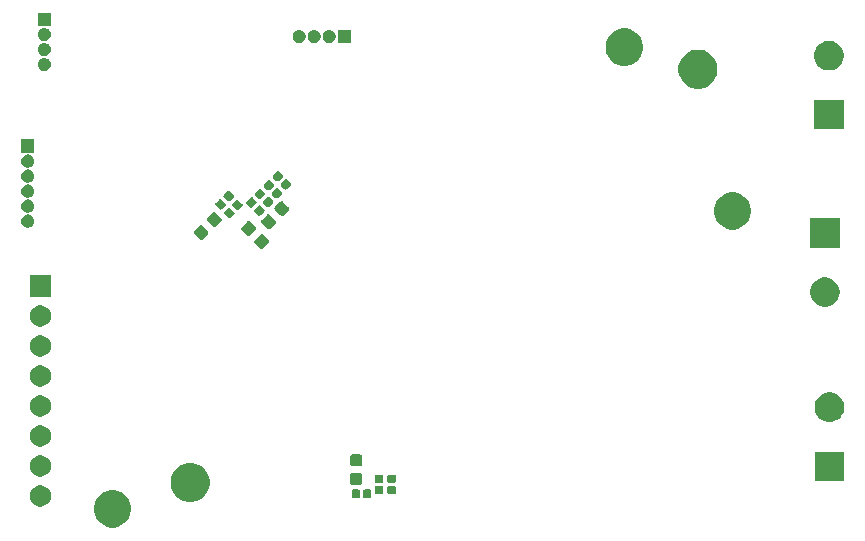
<source format=gbs>
%TF.GenerationSoftware,KiCad,Pcbnew,5.1.5-52549c5~84~ubuntu19.10.1*%
%TF.CreationDate,2019-12-20T00:06:15-05:00*%
%TF.ProjectId,bldc-controller,626c6463-2d63-46f6-9e74-726f6c6c6572,rev?*%
%TF.SameCoordinates,Original*%
%TF.FileFunction,Soldermask,Bot*%
%TF.FilePolarity,Negative*%
%FSLAX46Y46*%
G04 Gerber Fmt 4.6, Leading zero omitted, Abs format (unit mm)*
G04 Created by KiCad (PCBNEW 5.1.5-52549c5~84~ubuntu19.10.1) date 2019-12-20 00:06:15*
%MOMM*%
%LPD*%
G04 APERTURE LIST*
%ADD10C,0.100000*%
G04 APERTURE END LIST*
D10*
G36*
X26884644Y-144709757D02*
G01*
X27171421Y-144828544D01*
X27429514Y-145000996D01*
X27649004Y-145220486D01*
X27821456Y-145478579D01*
X27940243Y-145765356D01*
X28000800Y-146069797D01*
X28000800Y-146380203D01*
X27940243Y-146684644D01*
X27821456Y-146971421D01*
X27649004Y-147229514D01*
X27429514Y-147449004D01*
X27171421Y-147621456D01*
X26884644Y-147740243D01*
X26580203Y-147800800D01*
X26269797Y-147800800D01*
X25965356Y-147740243D01*
X25678579Y-147621456D01*
X25420486Y-147449004D01*
X25200996Y-147229514D01*
X25028544Y-146971421D01*
X24909757Y-146684644D01*
X24849200Y-146380203D01*
X24849200Y-146069797D01*
X24909757Y-145765356D01*
X25028544Y-145478579D01*
X25200996Y-145220486D01*
X25420486Y-145000996D01*
X25678579Y-144828544D01*
X25965356Y-144709757D01*
X26269797Y-144649200D01*
X26580203Y-144649200D01*
X26884644Y-144709757D01*
G37*
G36*
X20582754Y-144263817D02*
G01*
X20746689Y-144331721D01*
X20894227Y-144430303D01*
X21019697Y-144555773D01*
X21118279Y-144703311D01*
X21186183Y-144867246D01*
X21220800Y-145041279D01*
X21220800Y-145218721D01*
X21186183Y-145392754D01*
X21118279Y-145556689D01*
X21019697Y-145704227D01*
X20894227Y-145829697D01*
X20746689Y-145928279D01*
X20582754Y-145996183D01*
X20408721Y-146030800D01*
X20231279Y-146030800D01*
X20057246Y-145996183D01*
X19893311Y-145928279D01*
X19745773Y-145829697D01*
X19620303Y-145704227D01*
X19521721Y-145556689D01*
X19453817Y-145392754D01*
X19419200Y-145218721D01*
X19419200Y-145041279D01*
X19453817Y-144867246D01*
X19521721Y-144703311D01*
X19620303Y-144555773D01*
X19745773Y-144430303D01*
X19893311Y-144331721D01*
X20057246Y-144263817D01*
X20231279Y-144229200D01*
X20408721Y-144229200D01*
X20582754Y-144263817D01*
G37*
G36*
X33481521Y-142412639D02*
G01*
X33781947Y-142537080D01*
X34052324Y-142717740D01*
X34282260Y-142947676D01*
X34462920Y-143218053D01*
X34587361Y-143518479D01*
X34650800Y-143837410D01*
X34650800Y-144162590D01*
X34587361Y-144481521D01*
X34462920Y-144781947D01*
X34282260Y-145052324D01*
X34052324Y-145282260D01*
X33781947Y-145462920D01*
X33481521Y-145587361D01*
X33162590Y-145650800D01*
X32837410Y-145650800D01*
X32518479Y-145587361D01*
X32218053Y-145462920D01*
X31947676Y-145282260D01*
X31717740Y-145052324D01*
X31537080Y-144781947D01*
X31412639Y-144481521D01*
X31349200Y-144162590D01*
X31349200Y-143837410D01*
X31412639Y-143518479D01*
X31537080Y-143218053D01*
X31717740Y-142947676D01*
X31947676Y-142717740D01*
X32218053Y-142537080D01*
X32518479Y-142412639D01*
X32837410Y-142349200D01*
X33162590Y-142349200D01*
X33481521Y-142412639D01*
G37*
G36*
X48222027Y-144582275D02*
G01*
X48249650Y-144590654D01*
X48275113Y-144604264D01*
X48297425Y-144622575D01*
X48315736Y-144644887D01*
X48329346Y-144670350D01*
X48337725Y-144697973D01*
X48340800Y-144729191D01*
X48340800Y-145170809D01*
X48337725Y-145202027D01*
X48329346Y-145229650D01*
X48315736Y-145255113D01*
X48297425Y-145277425D01*
X48275113Y-145295736D01*
X48249650Y-145309346D01*
X48222027Y-145317725D01*
X48190809Y-145320800D01*
X47799191Y-145320800D01*
X47767973Y-145317725D01*
X47740350Y-145309346D01*
X47714887Y-145295736D01*
X47692575Y-145277425D01*
X47674264Y-145255113D01*
X47660654Y-145229650D01*
X47652275Y-145202027D01*
X47649200Y-145170809D01*
X47649200Y-144729191D01*
X47652275Y-144697973D01*
X47660654Y-144670350D01*
X47674264Y-144644887D01*
X47692575Y-144622575D01*
X47714887Y-144604264D01*
X47740350Y-144590654D01*
X47767973Y-144582275D01*
X47799191Y-144579200D01*
X48190809Y-144579200D01*
X48222027Y-144582275D01*
G37*
G36*
X47252027Y-144582275D02*
G01*
X47279650Y-144590654D01*
X47305113Y-144604264D01*
X47327425Y-144622575D01*
X47345736Y-144644887D01*
X47359346Y-144670350D01*
X47367725Y-144697973D01*
X47370800Y-144729191D01*
X47370800Y-145170809D01*
X47367725Y-145202027D01*
X47359346Y-145229650D01*
X47345736Y-145255113D01*
X47327425Y-145277425D01*
X47305113Y-145295736D01*
X47279650Y-145309346D01*
X47252027Y-145317725D01*
X47220809Y-145320800D01*
X46829191Y-145320800D01*
X46797973Y-145317725D01*
X46770350Y-145309346D01*
X46744887Y-145295736D01*
X46722575Y-145277425D01*
X46704264Y-145255113D01*
X46690654Y-145229650D01*
X46682275Y-145202027D01*
X46679200Y-145170809D01*
X46679200Y-144729191D01*
X46682275Y-144697973D01*
X46690654Y-144670350D01*
X46704264Y-144644887D01*
X46722575Y-144622575D01*
X46744887Y-144604264D01*
X46770350Y-144590654D01*
X46797973Y-144582275D01*
X46829191Y-144579200D01*
X47220809Y-144579200D01*
X47252027Y-144582275D01*
G37*
G36*
X50312027Y-144292275D02*
G01*
X50339650Y-144300654D01*
X50365113Y-144314264D01*
X50387425Y-144332575D01*
X50405736Y-144354887D01*
X50419346Y-144380350D01*
X50427725Y-144407973D01*
X50430800Y-144439191D01*
X50430800Y-144830809D01*
X50427725Y-144862027D01*
X50419346Y-144889650D01*
X50405736Y-144915113D01*
X50387425Y-144937425D01*
X50365113Y-144955736D01*
X50339650Y-144969346D01*
X50312027Y-144977725D01*
X50280809Y-144980800D01*
X49839191Y-144980800D01*
X49807973Y-144977725D01*
X49780350Y-144969346D01*
X49754887Y-144955736D01*
X49732575Y-144937425D01*
X49714264Y-144915113D01*
X49700654Y-144889650D01*
X49692275Y-144862027D01*
X49689200Y-144830809D01*
X49689200Y-144439191D01*
X49692275Y-144407973D01*
X49700654Y-144380350D01*
X49714264Y-144354887D01*
X49732575Y-144332575D01*
X49754887Y-144314264D01*
X49780350Y-144300654D01*
X49807973Y-144292275D01*
X49839191Y-144289200D01*
X50280809Y-144289200D01*
X50312027Y-144292275D01*
G37*
G36*
X49252027Y-144292275D02*
G01*
X49279650Y-144300654D01*
X49305113Y-144314264D01*
X49327425Y-144332575D01*
X49345736Y-144354887D01*
X49359346Y-144380350D01*
X49367725Y-144407973D01*
X49370800Y-144439191D01*
X49370800Y-144830809D01*
X49367725Y-144862027D01*
X49359346Y-144889650D01*
X49345736Y-144915113D01*
X49327425Y-144937425D01*
X49305113Y-144955736D01*
X49279650Y-144969346D01*
X49252027Y-144977725D01*
X49220809Y-144980800D01*
X48779191Y-144980800D01*
X48747973Y-144977725D01*
X48720350Y-144969346D01*
X48694887Y-144955736D01*
X48672575Y-144937425D01*
X48654264Y-144915113D01*
X48640654Y-144889650D01*
X48632275Y-144862027D01*
X48629200Y-144830809D01*
X48629200Y-144439191D01*
X48632275Y-144407973D01*
X48640654Y-144380350D01*
X48654264Y-144354887D01*
X48672575Y-144332575D01*
X48694887Y-144314264D01*
X48720350Y-144300654D01*
X48747973Y-144292275D01*
X48779191Y-144289200D01*
X49220809Y-144289200D01*
X49252027Y-144292275D01*
G37*
G36*
X47399674Y-143193643D02*
G01*
X47440667Y-143206078D01*
X47478448Y-143226273D01*
X47511556Y-143253444D01*
X47538727Y-143286552D01*
X47558922Y-143324333D01*
X47571357Y-143365326D01*
X47575800Y-143410441D01*
X47575800Y-143944559D01*
X47571357Y-143989674D01*
X47558922Y-144030667D01*
X47538727Y-144068448D01*
X47511556Y-144101556D01*
X47478448Y-144128727D01*
X47440667Y-144148922D01*
X47399674Y-144161357D01*
X47354559Y-144165800D01*
X46745441Y-144165800D01*
X46700326Y-144161357D01*
X46659333Y-144148922D01*
X46621552Y-144128727D01*
X46588444Y-144101556D01*
X46561273Y-144068448D01*
X46541078Y-144030667D01*
X46528643Y-143989674D01*
X46524200Y-143944559D01*
X46524200Y-143410441D01*
X46528643Y-143365326D01*
X46541078Y-143324333D01*
X46561273Y-143286552D01*
X46588444Y-143253444D01*
X46621552Y-143226273D01*
X46659333Y-143206078D01*
X46700326Y-143193643D01*
X46745441Y-143189200D01*
X47354559Y-143189200D01*
X47399674Y-143193643D01*
G37*
G36*
X49252027Y-143322275D02*
G01*
X49279650Y-143330654D01*
X49305113Y-143344264D01*
X49327425Y-143362575D01*
X49345736Y-143384887D01*
X49359346Y-143410350D01*
X49367725Y-143437973D01*
X49370800Y-143469191D01*
X49370800Y-143860809D01*
X49367725Y-143892027D01*
X49359346Y-143919650D01*
X49345736Y-143945113D01*
X49327425Y-143967425D01*
X49305113Y-143985736D01*
X49279650Y-143999346D01*
X49252027Y-144007725D01*
X49220809Y-144010800D01*
X48779191Y-144010800D01*
X48747973Y-144007725D01*
X48720350Y-143999346D01*
X48694887Y-143985736D01*
X48672575Y-143967425D01*
X48654264Y-143945113D01*
X48640654Y-143919650D01*
X48632275Y-143892027D01*
X48629200Y-143860809D01*
X48629200Y-143469191D01*
X48632275Y-143437973D01*
X48640654Y-143410350D01*
X48654264Y-143384887D01*
X48672575Y-143362575D01*
X48694887Y-143344264D01*
X48720350Y-143330654D01*
X48747973Y-143322275D01*
X48779191Y-143319200D01*
X49220809Y-143319200D01*
X49252027Y-143322275D01*
G37*
G36*
X50312027Y-143322275D02*
G01*
X50339650Y-143330654D01*
X50365113Y-143344264D01*
X50387425Y-143362575D01*
X50405736Y-143384887D01*
X50419346Y-143410350D01*
X50427725Y-143437973D01*
X50430800Y-143469191D01*
X50430800Y-143860809D01*
X50427725Y-143892027D01*
X50419346Y-143919650D01*
X50405736Y-143945113D01*
X50387425Y-143967425D01*
X50365113Y-143985736D01*
X50339650Y-143999346D01*
X50312027Y-144007725D01*
X50280809Y-144010800D01*
X49839191Y-144010800D01*
X49807973Y-144007725D01*
X49780350Y-143999346D01*
X49754887Y-143985736D01*
X49732575Y-143967425D01*
X49714264Y-143945113D01*
X49700654Y-143919650D01*
X49692275Y-143892027D01*
X49689200Y-143860809D01*
X49689200Y-143469191D01*
X49692275Y-143437973D01*
X49700654Y-143410350D01*
X49714264Y-143384887D01*
X49732575Y-143362575D01*
X49754887Y-143344264D01*
X49780350Y-143330654D01*
X49807973Y-143322275D01*
X49839191Y-143319200D01*
X50280809Y-143319200D01*
X50312027Y-143322275D01*
G37*
G36*
X88370800Y-143870800D02*
G01*
X85869200Y-143870800D01*
X85869200Y-141369200D01*
X88370800Y-141369200D01*
X88370800Y-143870800D01*
G37*
G36*
X20582754Y-141723817D02*
G01*
X20746689Y-141791721D01*
X20894227Y-141890303D01*
X21019697Y-142015773D01*
X21118279Y-142163311D01*
X21186183Y-142327246D01*
X21220800Y-142501279D01*
X21220800Y-142678721D01*
X21186183Y-142852754D01*
X21118279Y-143016689D01*
X21019697Y-143164227D01*
X20894227Y-143289697D01*
X20746689Y-143388279D01*
X20582754Y-143456183D01*
X20408721Y-143490800D01*
X20231279Y-143490800D01*
X20057246Y-143456183D01*
X19893311Y-143388279D01*
X19745773Y-143289697D01*
X19620303Y-143164227D01*
X19521721Y-143016689D01*
X19453817Y-142852754D01*
X19419200Y-142678721D01*
X19419200Y-142501279D01*
X19453817Y-142327246D01*
X19521721Y-142163311D01*
X19620303Y-142015773D01*
X19745773Y-141890303D01*
X19893311Y-141791721D01*
X20057246Y-141723817D01*
X20231279Y-141689200D01*
X20408721Y-141689200D01*
X20582754Y-141723817D01*
G37*
G36*
X47399674Y-141618643D02*
G01*
X47440667Y-141631078D01*
X47478448Y-141651273D01*
X47511556Y-141678444D01*
X47538727Y-141711552D01*
X47558922Y-141749333D01*
X47571357Y-141790326D01*
X47575800Y-141835441D01*
X47575800Y-142369559D01*
X47571357Y-142414674D01*
X47558922Y-142455667D01*
X47538727Y-142493448D01*
X47511556Y-142526556D01*
X47478448Y-142553727D01*
X47440667Y-142573922D01*
X47399674Y-142586357D01*
X47354559Y-142590800D01*
X46745441Y-142590800D01*
X46700326Y-142586357D01*
X46659333Y-142573922D01*
X46621552Y-142553727D01*
X46588444Y-142526556D01*
X46561273Y-142493448D01*
X46541078Y-142455667D01*
X46528643Y-142414674D01*
X46524200Y-142369559D01*
X46524200Y-141835441D01*
X46528643Y-141790326D01*
X46541078Y-141749333D01*
X46561273Y-141711552D01*
X46588444Y-141678444D01*
X46621552Y-141651273D01*
X46659333Y-141631078D01*
X46700326Y-141618643D01*
X46745441Y-141614200D01*
X47354559Y-141614200D01*
X47399674Y-141618643D01*
G37*
G36*
X20582754Y-139183817D02*
G01*
X20746689Y-139251721D01*
X20894227Y-139350303D01*
X21019697Y-139475773D01*
X21118279Y-139623311D01*
X21186183Y-139787246D01*
X21220800Y-139961279D01*
X21220800Y-140138721D01*
X21186183Y-140312754D01*
X21118279Y-140476689D01*
X21019697Y-140624227D01*
X20894227Y-140749697D01*
X20746689Y-140848279D01*
X20582754Y-140916183D01*
X20408721Y-140950800D01*
X20231279Y-140950800D01*
X20057246Y-140916183D01*
X19893311Y-140848279D01*
X19745773Y-140749697D01*
X19620303Y-140624227D01*
X19521721Y-140476689D01*
X19453817Y-140312754D01*
X19419200Y-140138721D01*
X19419200Y-139961279D01*
X19453817Y-139787246D01*
X19521721Y-139623311D01*
X19620303Y-139475773D01*
X19745773Y-139350303D01*
X19893311Y-139251721D01*
X20057246Y-139183817D01*
X20231279Y-139149200D01*
X20408721Y-139149200D01*
X20582754Y-139183817D01*
G37*
G36*
X87484845Y-136417268D02*
G01*
X87712476Y-136511555D01*
X87917340Y-136648441D01*
X88091559Y-136822660D01*
X88228445Y-137027524D01*
X88322732Y-137255155D01*
X88370800Y-137496807D01*
X88370800Y-137743193D01*
X88322732Y-137984845D01*
X88228445Y-138212476D01*
X88091559Y-138417340D01*
X87917340Y-138591559D01*
X87712476Y-138728445D01*
X87484845Y-138822732D01*
X87243193Y-138870800D01*
X86996807Y-138870800D01*
X86755155Y-138822732D01*
X86527524Y-138728445D01*
X86322660Y-138591559D01*
X86148441Y-138417340D01*
X86011555Y-138212476D01*
X85917268Y-137984845D01*
X85869200Y-137743193D01*
X85869200Y-137496807D01*
X85917268Y-137255155D01*
X86011555Y-137027524D01*
X86148441Y-136822660D01*
X86322660Y-136648441D01*
X86527524Y-136511555D01*
X86755155Y-136417268D01*
X86996807Y-136369200D01*
X87243193Y-136369200D01*
X87484845Y-136417268D01*
G37*
G36*
X20582754Y-136643817D02*
G01*
X20746689Y-136711721D01*
X20894227Y-136810303D01*
X21019697Y-136935773D01*
X21118279Y-137083311D01*
X21186183Y-137247246D01*
X21220800Y-137421279D01*
X21220800Y-137598721D01*
X21186183Y-137772754D01*
X21118279Y-137936689D01*
X21019697Y-138084227D01*
X20894227Y-138209697D01*
X20746689Y-138308279D01*
X20582754Y-138376183D01*
X20408721Y-138410800D01*
X20231279Y-138410800D01*
X20057246Y-138376183D01*
X19893311Y-138308279D01*
X19745773Y-138209697D01*
X19620303Y-138084227D01*
X19521721Y-137936689D01*
X19453817Y-137772754D01*
X19419200Y-137598721D01*
X19419200Y-137421279D01*
X19453817Y-137247246D01*
X19521721Y-137083311D01*
X19620303Y-136935773D01*
X19745773Y-136810303D01*
X19893311Y-136711721D01*
X20057246Y-136643817D01*
X20231279Y-136609200D01*
X20408721Y-136609200D01*
X20582754Y-136643817D01*
G37*
G36*
X20582754Y-134103817D02*
G01*
X20746689Y-134171721D01*
X20894227Y-134270303D01*
X21019697Y-134395773D01*
X21118279Y-134543311D01*
X21186183Y-134707246D01*
X21220800Y-134881279D01*
X21220800Y-135058721D01*
X21186183Y-135232754D01*
X21118279Y-135396689D01*
X21019697Y-135544227D01*
X20894227Y-135669697D01*
X20746689Y-135768279D01*
X20582754Y-135836183D01*
X20408721Y-135870800D01*
X20231279Y-135870800D01*
X20057246Y-135836183D01*
X19893311Y-135768279D01*
X19745773Y-135669697D01*
X19620303Y-135544227D01*
X19521721Y-135396689D01*
X19453817Y-135232754D01*
X19419200Y-135058721D01*
X19419200Y-134881279D01*
X19453817Y-134707246D01*
X19521721Y-134543311D01*
X19620303Y-134395773D01*
X19745773Y-134270303D01*
X19893311Y-134171721D01*
X20057246Y-134103817D01*
X20231279Y-134069200D01*
X20408721Y-134069200D01*
X20582754Y-134103817D01*
G37*
G36*
X20582754Y-131563817D02*
G01*
X20746689Y-131631721D01*
X20894227Y-131730303D01*
X21019697Y-131855773D01*
X21118279Y-132003311D01*
X21186183Y-132167246D01*
X21220800Y-132341279D01*
X21220800Y-132518721D01*
X21186183Y-132692754D01*
X21118279Y-132856689D01*
X21019697Y-133004227D01*
X20894227Y-133129697D01*
X20746689Y-133228279D01*
X20582754Y-133296183D01*
X20408721Y-133330800D01*
X20231279Y-133330800D01*
X20057246Y-133296183D01*
X19893311Y-133228279D01*
X19745773Y-133129697D01*
X19620303Y-133004227D01*
X19521721Y-132856689D01*
X19453817Y-132692754D01*
X19419200Y-132518721D01*
X19419200Y-132341279D01*
X19453817Y-132167246D01*
X19521721Y-132003311D01*
X19620303Y-131855773D01*
X19745773Y-131730303D01*
X19893311Y-131631721D01*
X20057246Y-131563817D01*
X20231279Y-131529200D01*
X20408721Y-131529200D01*
X20582754Y-131563817D01*
G37*
G36*
X20582754Y-129023817D02*
G01*
X20746689Y-129091721D01*
X20894227Y-129190303D01*
X21019697Y-129315773D01*
X21118279Y-129463311D01*
X21186183Y-129627246D01*
X21220800Y-129801279D01*
X21220800Y-129978721D01*
X21186183Y-130152754D01*
X21118279Y-130316689D01*
X21019697Y-130464227D01*
X20894227Y-130589697D01*
X20746689Y-130688279D01*
X20582754Y-130756183D01*
X20408721Y-130790800D01*
X20231279Y-130790800D01*
X20057246Y-130756183D01*
X19893311Y-130688279D01*
X19745773Y-130589697D01*
X19620303Y-130464227D01*
X19521721Y-130316689D01*
X19453817Y-130152754D01*
X19419200Y-129978721D01*
X19419200Y-129801279D01*
X19453817Y-129627246D01*
X19521721Y-129463311D01*
X19620303Y-129315773D01*
X19745773Y-129190303D01*
X19893311Y-129091721D01*
X20057246Y-129023817D01*
X20231279Y-128989200D01*
X20408721Y-128989200D01*
X20582754Y-129023817D01*
G37*
G36*
X87114845Y-126657268D02*
G01*
X87342476Y-126751555D01*
X87547340Y-126888441D01*
X87721559Y-127062660D01*
X87858445Y-127267524D01*
X87952732Y-127495155D01*
X88000800Y-127736807D01*
X88000800Y-127983193D01*
X87952732Y-128224845D01*
X87858445Y-128452476D01*
X87721559Y-128657340D01*
X87547340Y-128831559D01*
X87342476Y-128968445D01*
X87114845Y-129062732D01*
X86873193Y-129110800D01*
X86626807Y-129110800D01*
X86385155Y-129062732D01*
X86157524Y-128968445D01*
X85952660Y-128831559D01*
X85778441Y-128657340D01*
X85641555Y-128452476D01*
X85547268Y-128224845D01*
X85499200Y-127983193D01*
X85499200Y-127736807D01*
X85547268Y-127495155D01*
X85641555Y-127267524D01*
X85778441Y-127062660D01*
X85952660Y-126888441D01*
X86157524Y-126751555D01*
X86385155Y-126657268D01*
X86626807Y-126609200D01*
X86873193Y-126609200D01*
X87114845Y-126657268D01*
G37*
G36*
X21220800Y-128250800D02*
G01*
X19419200Y-128250800D01*
X19419200Y-126449200D01*
X21220800Y-126449200D01*
X21220800Y-128250800D01*
G37*
G36*
X39132835Y-122961669D02*
G01*
X39173828Y-122974104D01*
X39211609Y-122994299D01*
X39246656Y-123023061D01*
X39624327Y-123400732D01*
X39653089Y-123435779D01*
X39673284Y-123473560D01*
X39685719Y-123514553D01*
X39689917Y-123557177D01*
X39685719Y-123599801D01*
X39673284Y-123640794D01*
X39653089Y-123678575D01*
X39624327Y-123713622D01*
X39193622Y-124144327D01*
X39158575Y-124173089D01*
X39120794Y-124193284D01*
X39079801Y-124205719D01*
X39037177Y-124209917D01*
X38994553Y-124205719D01*
X38953560Y-124193284D01*
X38915779Y-124173089D01*
X38880732Y-124144327D01*
X38503061Y-123766656D01*
X38474299Y-123731609D01*
X38454104Y-123693828D01*
X38441669Y-123652835D01*
X38437471Y-123610211D01*
X38441669Y-123567587D01*
X38454104Y-123526594D01*
X38474299Y-123488813D01*
X38503061Y-123453766D01*
X38933766Y-123023061D01*
X38968813Y-122994299D01*
X39006594Y-122974104D01*
X39047587Y-122961669D01*
X39090211Y-122957471D01*
X39132835Y-122961669D01*
G37*
G36*
X88000800Y-124110800D02*
G01*
X85499200Y-124110800D01*
X85499200Y-121609200D01*
X88000800Y-121609200D01*
X88000800Y-124110800D01*
G37*
G36*
X33949260Y-122204822D02*
G01*
X33990253Y-122217257D01*
X34028034Y-122237452D01*
X34063081Y-122266214D01*
X34493786Y-122696919D01*
X34522548Y-122731966D01*
X34542743Y-122769747D01*
X34555178Y-122810740D01*
X34559376Y-122853364D01*
X34555178Y-122895988D01*
X34542743Y-122936981D01*
X34522548Y-122974762D01*
X34493786Y-123009809D01*
X34116115Y-123387480D01*
X34081068Y-123416242D01*
X34043287Y-123436437D01*
X34002294Y-123448872D01*
X33959670Y-123453070D01*
X33917046Y-123448872D01*
X33876053Y-123436437D01*
X33838272Y-123416242D01*
X33803225Y-123387480D01*
X33372520Y-122956775D01*
X33343758Y-122921728D01*
X33323563Y-122883947D01*
X33311128Y-122842954D01*
X33306930Y-122800330D01*
X33311128Y-122757706D01*
X33323563Y-122716713D01*
X33343758Y-122678932D01*
X33372520Y-122643885D01*
X33750191Y-122266214D01*
X33785238Y-122237452D01*
X33823019Y-122217257D01*
X33864012Y-122204822D01*
X33906636Y-122200624D01*
X33949260Y-122204822D01*
G37*
G36*
X38019141Y-121847975D02*
G01*
X38060134Y-121860410D01*
X38097915Y-121880605D01*
X38132962Y-121909367D01*
X38510633Y-122287038D01*
X38539395Y-122322085D01*
X38559590Y-122359866D01*
X38572025Y-122400859D01*
X38576223Y-122443483D01*
X38572025Y-122486107D01*
X38559590Y-122527100D01*
X38539395Y-122564881D01*
X38510633Y-122599928D01*
X38079928Y-123030633D01*
X38044881Y-123059395D01*
X38007100Y-123079590D01*
X37966107Y-123092025D01*
X37923483Y-123096223D01*
X37880859Y-123092025D01*
X37839866Y-123079590D01*
X37802085Y-123059395D01*
X37767038Y-123030633D01*
X37389367Y-122652962D01*
X37360605Y-122617915D01*
X37340410Y-122580134D01*
X37327975Y-122539141D01*
X37323777Y-122496517D01*
X37327975Y-122453893D01*
X37340410Y-122412900D01*
X37360605Y-122375119D01*
X37389367Y-122340072D01*
X37820072Y-121909367D01*
X37855119Y-121880605D01*
X37892900Y-121860410D01*
X37933893Y-121847975D01*
X37976517Y-121843777D01*
X38019141Y-121847975D01*
G37*
G36*
X79384644Y-119484757D02*
G01*
X79671421Y-119603544D01*
X79929514Y-119775996D01*
X80149004Y-119995486D01*
X80321456Y-120253579D01*
X80440243Y-120540356D01*
X80500800Y-120844797D01*
X80500800Y-121155203D01*
X80440243Y-121459644D01*
X80321456Y-121746421D01*
X80149004Y-122004514D01*
X79929514Y-122224004D01*
X79671421Y-122396456D01*
X79384644Y-122515243D01*
X79080203Y-122575800D01*
X78769797Y-122575800D01*
X78465356Y-122515243D01*
X78178579Y-122396456D01*
X77920486Y-122224004D01*
X77700996Y-122004514D01*
X77528544Y-121746421D01*
X77409757Y-121459644D01*
X77349200Y-121155203D01*
X77349200Y-120844797D01*
X77409757Y-120540356D01*
X77528544Y-120253579D01*
X77700996Y-119995486D01*
X77920486Y-119775996D01*
X78178579Y-119603544D01*
X78465356Y-119484757D01*
X78769797Y-119424200D01*
X79080203Y-119424200D01*
X79384644Y-119484757D01*
G37*
G36*
X39669260Y-121284822D02*
G01*
X39710253Y-121297257D01*
X39748034Y-121317452D01*
X39783081Y-121346214D01*
X40213786Y-121776919D01*
X40242548Y-121811966D01*
X40262743Y-121849747D01*
X40275178Y-121890740D01*
X40279376Y-121933364D01*
X40275178Y-121975988D01*
X40262743Y-122016981D01*
X40242548Y-122054762D01*
X40213786Y-122089809D01*
X39836115Y-122467480D01*
X39801068Y-122496242D01*
X39763287Y-122516437D01*
X39722294Y-122528872D01*
X39679670Y-122533070D01*
X39637046Y-122528872D01*
X39596053Y-122516437D01*
X39558272Y-122496242D01*
X39523225Y-122467480D01*
X39092520Y-122036775D01*
X39063758Y-122001728D01*
X39043563Y-121963947D01*
X39031128Y-121922954D01*
X39026930Y-121880330D01*
X39031128Y-121837706D01*
X39043563Y-121796713D01*
X39063758Y-121758932D01*
X39092520Y-121723885D01*
X39470191Y-121346214D01*
X39505238Y-121317452D01*
X39543019Y-121297257D01*
X39584012Y-121284822D01*
X39626636Y-121280624D01*
X39669260Y-121284822D01*
G37*
G36*
X19410663Y-121320367D02*
G01*
X19510902Y-121361887D01*
X19601116Y-121422166D01*
X19677834Y-121498884D01*
X19738113Y-121589098D01*
X19779633Y-121689337D01*
X19800800Y-121795751D01*
X19800800Y-121904249D01*
X19779633Y-122010663D01*
X19738113Y-122110902D01*
X19677834Y-122201116D01*
X19601116Y-122277834D01*
X19510902Y-122338113D01*
X19410663Y-122379633D01*
X19304249Y-122400800D01*
X19195751Y-122400800D01*
X19089337Y-122379633D01*
X18989098Y-122338113D01*
X18898884Y-122277834D01*
X18822166Y-122201116D01*
X18761887Y-122110902D01*
X18720367Y-122010663D01*
X18699200Y-121904249D01*
X18699200Y-121795751D01*
X18720367Y-121689337D01*
X18761887Y-121589098D01*
X18822166Y-121498884D01*
X18898884Y-121422166D01*
X18989098Y-121361887D01*
X19089337Y-121320367D01*
X19195751Y-121299200D01*
X19304249Y-121299200D01*
X19410663Y-121320367D01*
G37*
G36*
X35062954Y-121091128D02*
G01*
X35103947Y-121103563D01*
X35141728Y-121123758D01*
X35176775Y-121152520D01*
X35607480Y-121583225D01*
X35636242Y-121618272D01*
X35656437Y-121656053D01*
X35668872Y-121697046D01*
X35673070Y-121739670D01*
X35668872Y-121782294D01*
X35656437Y-121823287D01*
X35636242Y-121861068D01*
X35607480Y-121896115D01*
X35229809Y-122273786D01*
X35194762Y-122302548D01*
X35156981Y-122322743D01*
X35115988Y-122335178D01*
X35073364Y-122339376D01*
X35030740Y-122335178D01*
X34989747Y-122322743D01*
X34951966Y-122302548D01*
X34916919Y-122273786D01*
X34486214Y-121843081D01*
X34457452Y-121808034D01*
X34437257Y-121770253D01*
X34424822Y-121729260D01*
X34420624Y-121686636D01*
X34424822Y-121644012D01*
X34437257Y-121603019D01*
X34457452Y-121565238D01*
X34486214Y-121530191D01*
X34863885Y-121152520D01*
X34898932Y-121123758D01*
X34936713Y-121103563D01*
X34977706Y-121091128D01*
X35020330Y-121086930D01*
X35062954Y-121091128D01*
G37*
G36*
X36328102Y-120720406D02*
G01*
X36355725Y-120728785D01*
X36381188Y-120742395D01*
X36405439Y-120762297D01*
X36717703Y-121074561D01*
X36737605Y-121098812D01*
X36751215Y-121124275D01*
X36759594Y-121151898D01*
X36762424Y-121180625D01*
X36759594Y-121209352D01*
X36751215Y-121236975D01*
X36737605Y-121262438D01*
X36717703Y-121286689D01*
X36440795Y-121563597D01*
X36416544Y-121583499D01*
X36391081Y-121597109D01*
X36363458Y-121605488D01*
X36334731Y-121608318D01*
X36306004Y-121605488D01*
X36278381Y-121597109D01*
X36252918Y-121583499D01*
X36228667Y-121563597D01*
X35916403Y-121251333D01*
X35896501Y-121227082D01*
X35882891Y-121201619D01*
X35874512Y-121173996D01*
X35871682Y-121145269D01*
X35874512Y-121116542D01*
X35882891Y-121088919D01*
X35896501Y-121063456D01*
X35916403Y-121039205D01*
X36193311Y-120762297D01*
X36217562Y-120742395D01*
X36243025Y-120728785D01*
X36270648Y-120720406D01*
X36299375Y-120717576D01*
X36328102Y-120720406D01*
G37*
G36*
X40782954Y-120171128D02*
G01*
X40823947Y-120183563D01*
X40861728Y-120203758D01*
X40896775Y-120232520D01*
X41327480Y-120663225D01*
X41356242Y-120698272D01*
X41376437Y-120736053D01*
X41388872Y-120777046D01*
X41393070Y-120819670D01*
X41388872Y-120862294D01*
X41376437Y-120903287D01*
X41356242Y-120941068D01*
X41327480Y-120976115D01*
X40949809Y-121353786D01*
X40914762Y-121382548D01*
X40876981Y-121402743D01*
X40835988Y-121415178D01*
X40793364Y-121419376D01*
X40750740Y-121415178D01*
X40709747Y-121402743D01*
X40671966Y-121382548D01*
X40636919Y-121353786D01*
X40206214Y-120923081D01*
X40177452Y-120888034D01*
X40157257Y-120850253D01*
X40144822Y-120809260D01*
X40140624Y-120766636D01*
X40144822Y-120724012D01*
X40157257Y-120683019D01*
X40177452Y-120645238D01*
X40206214Y-120610191D01*
X40583885Y-120232520D01*
X40618932Y-120203758D01*
X40656713Y-120183563D01*
X40697706Y-120171128D01*
X40740330Y-120166930D01*
X40782954Y-120171128D01*
G37*
G36*
X38919352Y-120520406D02*
G01*
X38946975Y-120528785D01*
X38972438Y-120542395D01*
X38996689Y-120562297D01*
X39273597Y-120839205D01*
X39293499Y-120863456D01*
X39307109Y-120888919D01*
X39315488Y-120916542D01*
X39318318Y-120945269D01*
X39315488Y-120973996D01*
X39307109Y-121001619D01*
X39293499Y-121027082D01*
X39273597Y-121051333D01*
X38961333Y-121363597D01*
X38937082Y-121383499D01*
X38911619Y-121397109D01*
X38883996Y-121405488D01*
X38855269Y-121408318D01*
X38826542Y-121405488D01*
X38798919Y-121397109D01*
X38773456Y-121383499D01*
X38749205Y-121363597D01*
X38472297Y-121086689D01*
X38452395Y-121062438D01*
X38438785Y-121036975D01*
X38430406Y-121009352D01*
X38427576Y-120980625D01*
X38430406Y-120951898D01*
X38438785Y-120924275D01*
X38452395Y-120898812D01*
X38472297Y-120874561D01*
X38784561Y-120562297D01*
X38808812Y-120542395D01*
X38834275Y-120528785D01*
X38861898Y-120520406D01*
X38890625Y-120517576D01*
X38919352Y-120520406D01*
G37*
G36*
X19410663Y-120050367D02*
G01*
X19510902Y-120091887D01*
X19601116Y-120152166D01*
X19677834Y-120228884D01*
X19738113Y-120319098D01*
X19779633Y-120419337D01*
X19800800Y-120525751D01*
X19800800Y-120634249D01*
X19779633Y-120740663D01*
X19738113Y-120840902D01*
X19677834Y-120931116D01*
X19601116Y-121007834D01*
X19510902Y-121068113D01*
X19410663Y-121109633D01*
X19304249Y-121130800D01*
X19195751Y-121130800D01*
X19089337Y-121109633D01*
X18989098Y-121068113D01*
X18898884Y-121007834D01*
X18822166Y-120931116D01*
X18761887Y-120840902D01*
X18720367Y-120740663D01*
X18699200Y-120634249D01*
X18699200Y-120525751D01*
X18720367Y-120419337D01*
X18761887Y-120319098D01*
X18822166Y-120228884D01*
X18898884Y-120152166D01*
X18989098Y-120091887D01*
X19089337Y-120050367D01*
X19195751Y-120029200D01*
X19304249Y-120029200D01*
X19410663Y-120050367D01*
G37*
G36*
X37013996Y-120034512D02*
G01*
X37041619Y-120042891D01*
X37067082Y-120056501D01*
X37091333Y-120076403D01*
X37403597Y-120388667D01*
X37423499Y-120412918D01*
X37437109Y-120438381D01*
X37445488Y-120466004D01*
X37448318Y-120494731D01*
X37445488Y-120523458D01*
X37437109Y-120551081D01*
X37423499Y-120576544D01*
X37403597Y-120600795D01*
X37126689Y-120877703D01*
X37102438Y-120897605D01*
X37076975Y-120911215D01*
X37049352Y-120919594D01*
X37020625Y-120922424D01*
X36991898Y-120919594D01*
X36964275Y-120911215D01*
X36938812Y-120897605D01*
X36914561Y-120877703D01*
X36602297Y-120565439D01*
X36582395Y-120541188D01*
X36568785Y-120515725D01*
X36560406Y-120488102D01*
X36557576Y-120459375D01*
X36560406Y-120430648D01*
X36568785Y-120403025D01*
X36582395Y-120377562D01*
X36602297Y-120353311D01*
X36879205Y-120076403D01*
X36903456Y-120056501D01*
X36928919Y-120042891D01*
X36956542Y-120034512D01*
X36985269Y-120031682D01*
X37013996Y-120034512D01*
G37*
G36*
X35588102Y-119990406D02*
G01*
X35615725Y-119998785D01*
X35641188Y-120012395D01*
X35665439Y-120032297D01*
X35977703Y-120344561D01*
X35997605Y-120368812D01*
X36011215Y-120394275D01*
X36019594Y-120421898D01*
X36022424Y-120450625D01*
X36019594Y-120479352D01*
X36011215Y-120506975D01*
X35997605Y-120532438D01*
X35977703Y-120556689D01*
X35700795Y-120833597D01*
X35676544Y-120853499D01*
X35651081Y-120867109D01*
X35623458Y-120875488D01*
X35594731Y-120878318D01*
X35566004Y-120875488D01*
X35538381Y-120867109D01*
X35512918Y-120853499D01*
X35488667Y-120833597D01*
X35176403Y-120521333D01*
X35156501Y-120497082D01*
X35142891Y-120471619D01*
X35134512Y-120443996D01*
X35131682Y-120415269D01*
X35134512Y-120386542D01*
X35142891Y-120358919D01*
X35156501Y-120333456D01*
X35176403Y-120309205D01*
X35453311Y-120032297D01*
X35477562Y-120012395D01*
X35503025Y-119998785D01*
X35530648Y-119990406D01*
X35559375Y-119987576D01*
X35588102Y-119990406D01*
G37*
G36*
X38233458Y-119834512D02*
G01*
X38261081Y-119842891D01*
X38286544Y-119856501D01*
X38310795Y-119876403D01*
X38587703Y-120153311D01*
X38607605Y-120177562D01*
X38621215Y-120203025D01*
X38629594Y-120230648D01*
X38632424Y-120259375D01*
X38629594Y-120288102D01*
X38621215Y-120315725D01*
X38607605Y-120341188D01*
X38587703Y-120365439D01*
X38275439Y-120677703D01*
X38251188Y-120697605D01*
X38225725Y-120711215D01*
X38198102Y-120719594D01*
X38169375Y-120722424D01*
X38140648Y-120719594D01*
X38113025Y-120711215D01*
X38087562Y-120697605D01*
X38063311Y-120677703D01*
X37786403Y-120400795D01*
X37766501Y-120376544D01*
X37752891Y-120351081D01*
X37744512Y-120323458D01*
X37741682Y-120294731D01*
X37744512Y-120266004D01*
X37752891Y-120238381D01*
X37766501Y-120212918D01*
X37786403Y-120188667D01*
X38098667Y-119876403D01*
X38122918Y-119856501D01*
X38148381Y-119842891D01*
X38176004Y-119834512D01*
X38204731Y-119831682D01*
X38233458Y-119834512D01*
G37*
G36*
X39629352Y-119780406D02*
G01*
X39656975Y-119788785D01*
X39682438Y-119802395D01*
X39706689Y-119822297D01*
X39983597Y-120099205D01*
X40003499Y-120123456D01*
X40017109Y-120148919D01*
X40025488Y-120176542D01*
X40028318Y-120205269D01*
X40025488Y-120233996D01*
X40017109Y-120261619D01*
X40003499Y-120287082D01*
X39983597Y-120311333D01*
X39671333Y-120623597D01*
X39647082Y-120643499D01*
X39621619Y-120657109D01*
X39593996Y-120665488D01*
X39565269Y-120668318D01*
X39536542Y-120665488D01*
X39508919Y-120657109D01*
X39483456Y-120643499D01*
X39459205Y-120623597D01*
X39182297Y-120346689D01*
X39162395Y-120322438D01*
X39148785Y-120296975D01*
X39140406Y-120269352D01*
X39137576Y-120240625D01*
X39140406Y-120211898D01*
X39148785Y-120184275D01*
X39162395Y-120158812D01*
X39182297Y-120134561D01*
X39494561Y-119822297D01*
X39518812Y-119802395D01*
X39544275Y-119788785D01*
X39571898Y-119780406D01*
X39600625Y-119777576D01*
X39629352Y-119780406D01*
G37*
G36*
X36273996Y-119304512D02*
G01*
X36301619Y-119312891D01*
X36327082Y-119326501D01*
X36351333Y-119346403D01*
X36663597Y-119658667D01*
X36683499Y-119682918D01*
X36697109Y-119708381D01*
X36705488Y-119736004D01*
X36708318Y-119764731D01*
X36705488Y-119793458D01*
X36697109Y-119821081D01*
X36683499Y-119846544D01*
X36663597Y-119870795D01*
X36386689Y-120147703D01*
X36362438Y-120167605D01*
X36336975Y-120181215D01*
X36309352Y-120189594D01*
X36280625Y-120192424D01*
X36251898Y-120189594D01*
X36224275Y-120181215D01*
X36198812Y-120167605D01*
X36174561Y-120147703D01*
X35862297Y-119835439D01*
X35842395Y-119811188D01*
X35828785Y-119785725D01*
X35820406Y-119758102D01*
X35817576Y-119729375D01*
X35820406Y-119700648D01*
X35828785Y-119673025D01*
X35842395Y-119647562D01*
X35862297Y-119623311D01*
X36139205Y-119346403D01*
X36163456Y-119326501D01*
X36188919Y-119312891D01*
X36216542Y-119304512D01*
X36245269Y-119301682D01*
X36273996Y-119304512D01*
G37*
G36*
X38943458Y-119094512D02*
G01*
X38971081Y-119102891D01*
X38996544Y-119116501D01*
X39020795Y-119136403D01*
X39297703Y-119413311D01*
X39317605Y-119437562D01*
X39331215Y-119463025D01*
X39339594Y-119490648D01*
X39342424Y-119519375D01*
X39339594Y-119548102D01*
X39331215Y-119575725D01*
X39317605Y-119601188D01*
X39297703Y-119625439D01*
X38985439Y-119937703D01*
X38961188Y-119957605D01*
X38935725Y-119971215D01*
X38908102Y-119979594D01*
X38879375Y-119982424D01*
X38850648Y-119979594D01*
X38823025Y-119971215D01*
X38797562Y-119957605D01*
X38773311Y-119937703D01*
X38496403Y-119660795D01*
X38476501Y-119636544D01*
X38462891Y-119611081D01*
X38454512Y-119583458D01*
X38451682Y-119554731D01*
X38454512Y-119526004D01*
X38462891Y-119498381D01*
X38476501Y-119472918D01*
X38496403Y-119448667D01*
X38808667Y-119136403D01*
X38832918Y-119116501D01*
X38858381Y-119102891D01*
X38886004Y-119094512D01*
X38914731Y-119091682D01*
X38943458Y-119094512D01*
G37*
G36*
X40399352Y-119050406D02*
G01*
X40426975Y-119058785D01*
X40452438Y-119072395D01*
X40476689Y-119092297D01*
X40753597Y-119369205D01*
X40773499Y-119393456D01*
X40787109Y-119418919D01*
X40795488Y-119446542D01*
X40798318Y-119475269D01*
X40795488Y-119503996D01*
X40787109Y-119531619D01*
X40773499Y-119557082D01*
X40753597Y-119581333D01*
X40441333Y-119893597D01*
X40417082Y-119913499D01*
X40391619Y-119927109D01*
X40363996Y-119935488D01*
X40335269Y-119938318D01*
X40306542Y-119935488D01*
X40278919Y-119927109D01*
X40253456Y-119913499D01*
X40229205Y-119893597D01*
X39952297Y-119616689D01*
X39932395Y-119592438D01*
X39918785Y-119566975D01*
X39910406Y-119539352D01*
X39907576Y-119510625D01*
X39910406Y-119481898D01*
X39918785Y-119454275D01*
X39932395Y-119428812D01*
X39952297Y-119404561D01*
X40264561Y-119092297D01*
X40288812Y-119072395D01*
X40314275Y-119058785D01*
X40341898Y-119050406D01*
X40370625Y-119047576D01*
X40399352Y-119050406D01*
G37*
G36*
X19410663Y-118780367D02*
G01*
X19510902Y-118821887D01*
X19601116Y-118882166D01*
X19677834Y-118958884D01*
X19738113Y-119049098D01*
X19779633Y-119149337D01*
X19800800Y-119255751D01*
X19800800Y-119364249D01*
X19779633Y-119470663D01*
X19738113Y-119570902D01*
X19677834Y-119661116D01*
X19601116Y-119737834D01*
X19510902Y-119798113D01*
X19410663Y-119839633D01*
X19304249Y-119860800D01*
X19195751Y-119860800D01*
X19089337Y-119839633D01*
X18989098Y-119798113D01*
X18898884Y-119737834D01*
X18822166Y-119661116D01*
X18761887Y-119570902D01*
X18720367Y-119470663D01*
X18699200Y-119364249D01*
X18699200Y-119255751D01*
X18720367Y-119149337D01*
X18761887Y-119049098D01*
X18822166Y-118958884D01*
X18898884Y-118882166D01*
X18989098Y-118821887D01*
X19089337Y-118780367D01*
X19195751Y-118759200D01*
X19304249Y-118759200D01*
X19410663Y-118780367D01*
G37*
G36*
X39713458Y-118364512D02*
G01*
X39741081Y-118372891D01*
X39766544Y-118386501D01*
X39790795Y-118406403D01*
X40067703Y-118683311D01*
X40087605Y-118707562D01*
X40101215Y-118733025D01*
X40109594Y-118760648D01*
X40112424Y-118789375D01*
X40109594Y-118818102D01*
X40101215Y-118845725D01*
X40087605Y-118871188D01*
X40067703Y-118895439D01*
X39755439Y-119207703D01*
X39731188Y-119227605D01*
X39705725Y-119241215D01*
X39678102Y-119249594D01*
X39649375Y-119252424D01*
X39620648Y-119249594D01*
X39593025Y-119241215D01*
X39567562Y-119227605D01*
X39543311Y-119207703D01*
X39266403Y-118930795D01*
X39246501Y-118906544D01*
X39232891Y-118881081D01*
X39224512Y-118853458D01*
X39221682Y-118824731D01*
X39224512Y-118796004D01*
X39232891Y-118768381D01*
X39246501Y-118742918D01*
X39266403Y-118718667D01*
X39578667Y-118406403D01*
X39602918Y-118386501D01*
X39628381Y-118372891D01*
X39656004Y-118364512D01*
X39684731Y-118361682D01*
X39713458Y-118364512D01*
G37*
G36*
X41156405Y-118297459D02*
G01*
X41184028Y-118305838D01*
X41209491Y-118319448D01*
X41233742Y-118339350D01*
X41510650Y-118616258D01*
X41530552Y-118640509D01*
X41544162Y-118665972D01*
X41552541Y-118693595D01*
X41555371Y-118722322D01*
X41552541Y-118751049D01*
X41544162Y-118778672D01*
X41530552Y-118804135D01*
X41510650Y-118828386D01*
X41198386Y-119140650D01*
X41174135Y-119160552D01*
X41148672Y-119174162D01*
X41121049Y-119182541D01*
X41092322Y-119185371D01*
X41063595Y-119182541D01*
X41035972Y-119174162D01*
X41010509Y-119160552D01*
X40986258Y-119140650D01*
X40709350Y-118863742D01*
X40689448Y-118839491D01*
X40675838Y-118814028D01*
X40667459Y-118786405D01*
X40664629Y-118757678D01*
X40667459Y-118728951D01*
X40675838Y-118701328D01*
X40689448Y-118675865D01*
X40709350Y-118651614D01*
X41021614Y-118339350D01*
X41045865Y-118319448D01*
X41071328Y-118305838D01*
X41098951Y-118297459D01*
X41127678Y-118294629D01*
X41156405Y-118297459D01*
G37*
G36*
X19410663Y-117510367D02*
G01*
X19510902Y-117551887D01*
X19601116Y-117612166D01*
X19677834Y-117688884D01*
X19738113Y-117779098D01*
X19779633Y-117879337D01*
X19800800Y-117985751D01*
X19800800Y-118094249D01*
X19779633Y-118200663D01*
X19738113Y-118300902D01*
X19677834Y-118391116D01*
X19601116Y-118467834D01*
X19510902Y-118528113D01*
X19410663Y-118569633D01*
X19304249Y-118590800D01*
X19195751Y-118590800D01*
X19089337Y-118569633D01*
X18989098Y-118528113D01*
X18898884Y-118467834D01*
X18822166Y-118391116D01*
X18761887Y-118300902D01*
X18720367Y-118200663D01*
X18699200Y-118094249D01*
X18699200Y-117985751D01*
X18720367Y-117879337D01*
X18761887Y-117779098D01*
X18822166Y-117688884D01*
X18898884Y-117612166D01*
X18989098Y-117551887D01*
X19089337Y-117510367D01*
X19195751Y-117489200D01*
X19304249Y-117489200D01*
X19410663Y-117510367D01*
G37*
G36*
X40470511Y-117611565D02*
G01*
X40498134Y-117619944D01*
X40523597Y-117633554D01*
X40547848Y-117653456D01*
X40824756Y-117930364D01*
X40844658Y-117954615D01*
X40858268Y-117980078D01*
X40866647Y-118007701D01*
X40869477Y-118036428D01*
X40866647Y-118065155D01*
X40858268Y-118092778D01*
X40844658Y-118118241D01*
X40824756Y-118142492D01*
X40512492Y-118454756D01*
X40488241Y-118474658D01*
X40462778Y-118488268D01*
X40435155Y-118496647D01*
X40406428Y-118499477D01*
X40377701Y-118496647D01*
X40350078Y-118488268D01*
X40324615Y-118474658D01*
X40300364Y-118454756D01*
X40023456Y-118177848D01*
X40003554Y-118153597D01*
X39989944Y-118128134D01*
X39981565Y-118100511D01*
X39978735Y-118071784D01*
X39981565Y-118043057D01*
X39989944Y-118015434D01*
X40003554Y-117989971D01*
X40023456Y-117965720D01*
X40335720Y-117653456D01*
X40359971Y-117633554D01*
X40385434Y-117619944D01*
X40413057Y-117611565D01*
X40441784Y-117608735D01*
X40470511Y-117611565D01*
G37*
G36*
X19410663Y-116240367D02*
G01*
X19510902Y-116281887D01*
X19601116Y-116342166D01*
X19677834Y-116418884D01*
X19738113Y-116509098D01*
X19779633Y-116609337D01*
X19800800Y-116715751D01*
X19800800Y-116824249D01*
X19779633Y-116930663D01*
X19738113Y-117030902D01*
X19677834Y-117121116D01*
X19601116Y-117197834D01*
X19510902Y-117258113D01*
X19410663Y-117299633D01*
X19304249Y-117320800D01*
X19195751Y-117320800D01*
X19089337Y-117299633D01*
X18989098Y-117258113D01*
X18898884Y-117197834D01*
X18822166Y-117121116D01*
X18761887Y-117030902D01*
X18720367Y-116930663D01*
X18699200Y-116824249D01*
X18699200Y-116715751D01*
X18720367Y-116609337D01*
X18761887Y-116509098D01*
X18822166Y-116418884D01*
X18898884Y-116342166D01*
X18989098Y-116281887D01*
X19089337Y-116240367D01*
X19195751Y-116219200D01*
X19304249Y-116219200D01*
X19410663Y-116240367D01*
G37*
G36*
X19800800Y-116050800D02*
G01*
X18699200Y-116050800D01*
X18699200Y-114949200D01*
X19800800Y-114949200D01*
X19800800Y-116050800D01*
G37*
G36*
X88320800Y-114100800D02*
G01*
X85819200Y-114100800D01*
X85819200Y-111599200D01*
X88320800Y-111599200D01*
X88320800Y-114100800D01*
G37*
G36*
X76481521Y-107412639D02*
G01*
X76781947Y-107537080D01*
X77052324Y-107717740D01*
X77282260Y-107947676D01*
X77462920Y-108218053D01*
X77587361Y-108518479D01*
X77650800Y-108837410D01*
X77650800Y-109162590D01*
X77587361Y-109481521D01*
X77462920Y-109781947D01*
X77282260Y-110052324D01*
X77052324Y-110282260D01*
X76781947Y-110462920D01*
X76481521Y-110587361D01*
X76162590Y-110650800D01*
X75837410Y-110650800D01*
X75518479Y-110587361D01*
X75218053Y-110462920D01*
X74947676Y-110282260D01*
X74717740Y-110052324D01*
X74537080Y-109781947D01*
X74412639Y-109481521D01*
X74349200Y-109162590D01*
X74349200Y-108837410D01*
X74412639Y-108518479D01*
X74537080Y-108218053D01*
X74717740Y-107947676D01*
X74947676Y-107717740D01*
X75218053Y-107537080D01*
X75518479Y-107412639D01*
X75837410Y-107349200D01*
X76162590Y-107349200D01*
X76481521Y-107412639D01*
G37*
G36*
X20820663Y-108060367D02*
G01*
X20920902Y-108101887D01*
X21011116Y-108162166D01*
X21087834Y-108238884D01*
X21148113Y-108329098D01*
X21189633Y-108429337D01*
X21210800Y-108535751D01*
X21210800Y-108644249D01*
X21189633Y-108750663D01*
X21148113Y-108850902D01*
X21087834Y-108941116D01*
X21011116Y-109017834D01*
X20920902Y-109078113D01*
X20820663Y-109119633D01*
X20714249Y-109140800D01*
X20605751Y-109140800D01*
X20499337Y-109119633D01*
X20399098Y-109078113D01*
X20308884Y-109017834D01*
X20232166Y-108941116D01*
X20171887Y-108850902D01*
X20130367Y-108750663D01*
X20109200Y-108644249D01*
X20109200Y-108535751D01*
X20130367Y-108429337D01*
X20171887Y-108329098D01*
X20232166Y-108238884D01*
X20308884Y-108162166D01*
X20399098Y-108101887D01*
X20499337Y-108060367D01*
X20605751Y-108039200D01*
X20714249Y-108039200D01*
X20820663Y-108060367D01*
G37*
G36*
X87434845Y-106647268D02*
G01*
X87662476Y-106741555D01*
X87867340Y-106878441D01*
X88041559Y-107052660D01*
X88178445Y-107257524D01*
X88272732Y-107485155D01*
X88320800Y-107726807D01*
X88320800Y-107973193D01*
X88272732Y-108214845D01*
X88178445Y-108442476D01*
X88041559Y-108647340D01*
X87867340Y-108821559D01*
X87843617Y-108837410D01*
X87662476Y-108958445D01*
X87434845Y-109052732D01*
X87193193Y-109100800D01*
X86946807Y-109100800D01*
X86705155Y-109052732D01*
X86477524Y-108958445D01*
X86296383Y-108837410D01*
X86272660Y-108821559D01*
X86098441Y-108647340D01*
X85961555Y-108442476D01*
X85867268Y-108214845D01*
X85819200Y-107973193D01*
X85819200Y-107726807D01*
X85867268Y-107485155D01*
X85961555Y-107257524D01*
X86098441Y-107052660D01*
X86272660Y-106878441D01*
X86477524Y-106741555D01*
X86705155Y-106647268D01*
X86946807Y-106599200D01*
X87193193Y-106599200D01*
X87434845Y-106647268D01*
G37*
G36*
X70209644Y-105609757D02*
G01*
X70496421Y-105728544D01*
X70754514Y-105900996D01*
X70974004Y-106120486D01*
X71146456Y-106378579D01*
X71265243Y-106665356D01*
X71325800Y-106969797D01*
X71325800Y-107280203D01*
X71265243Y-107584644D01*
X71146456Y-107871421D01*
X70974004Y-108129514D01*
X70754514Y-108349004D01*
X70496421Y-108521456D01*
X70209644Y-108640243D01*
X69905203Y-108700800D01*
X69594797Y-108700800D01*
X69290356Y-108640243D01*
X69003579Y-108521456D01*
X68745486Y-108349004D01*
X68525996Y-108129514D01*
X68353544Y-107871421D01*
X68234757Y-107584644D01*
X68174200Y-107280203D01*
X68174200Y-106969797D01*
X68234757Y-106665356D01*
X68353544Y-106378579D01*
X68525996Y-106120486D01*
X68745486Y-105900996D01*
X69003579Y-105728544D01*
X69290356Y-105609757D01*
X69594797Y-105549200D01*
X69905203Y-105549200D01*
X70209644Y-105609757D01*
G37*
G36*
X20820663Y-106790367D02*
G01*
X20920902Y-106831887D01*
X21011116Y-106892166D01*
X21087834Y-106968884D01*
X21148113Y-107059098D01*
X21189633Y-107159337D01*
X21210800Y-107265751D01*
X21210800Y-107374249D01*
X21189633Y-107480663D01*
X21148113Y-107580902D01*
X21087834Y-107671116D01*
X21011116Y-107747834D01*
X20920902Y-107808113D01*
X20820663Y-107849633D01*
X20714249Y-107870800D01*
X20605751Y-107870800D01*
X20499337Y-107849633D01*
X20399098Y-107808113D01*
X20308884Y-107747834D01*
X20232166Y-107671116D01*
X20171887Y-107580902D01*
X20130367Y-107480663D01*
X20109200Y-107374249D01*
X20109200Y-107265751D01*
X20130367Y-107159337D01*
X20171887Y-107059098D01*
X20232166Y-106968884D01*
X20308884Y-106892166D01*
X20399098Y-106831887D01*
X20499337Y-106790367D01*
X20605751Y-106769200D01*
X20714249Y-106769200D01*
X20820663Y-106790367D01*
G37*
G36*
X46600800Y-106760800D02*
G01*
X45499200Y-106760800D01*
X45499200Y-105659200D01*
X46600800Y-105659200D01*
X46600800Y-106760800D01*
G37*
G36*
X44940663Y-105680367D02*
G01*
X45040902Y-105721887D01*
X45131116Y-105782166D01*
X45207834Y-105858884D01*
X45268113Y-105949098D01*
X45309633Y-106049337D01*
X45330800Y-106155751D01*
X45330800Y-106264249D01*
X45309633Y-106370663D01*
X45268113Y-106470902D01*
X45207834Y-106561116D01*
X45131116Y-106637834D01*
X45040902Y-106698113D01*
X44940663Y-106739633D01*
X44834249Y-106760800D01*
X44725751Y-106760800D01*
X44619337Y-106739633D01*
X44519098Y-106698113D01*
X44428884Y-106637834D01*
X44352166Y-106561116D01*
X44291887Y-106470902D01*
X44250367Y-106370663D01*
X44229200Y-106264249D01*
X44229200Y-106155751D01*
X44250367Y-106049337D01*
X44291887Y-105949098D01*
X44352166Y-105858884D01*
X44428884Y-105782166D01*
X44519098Y-105721887D01*
X44619337Y-105680367D01*
X44725751Y-105659200D01*
X44834249Y-105659200D01*
X44940663Y-105680367D01*
G37*
G36*
X43670663Y-105680367D02*
G01*
X43770902Y-105721887D01*
X43861116Y-105782166D01*
X43937834Y-105858884D01*
X43998113Y-105949098D01*
X44039633Y-106049337D01*
X44060800Y-106155751D01*
X44060800Y-106264249D01*
X44039633Y-106370663D01*
X43998113Y-106470902D01*
X43937834Y-106561116D01*
X43861116Y-106637834D01*
X43770902Y-106698113D01*
X43670663Y-106739633D01*
X43564249Y-106760800D01*
X43455751Y-106760800D01*
X43349337Y-106739633D01*
X43249098Y-106698113D01*
X43158884Y-106637834D01*
X43082166Y-106561116D01*
X43021887Y-106470902D01*
X42980367Y-106370663D01*
X42959200Y-106264249D01*
X42959200Y-106155751D01*
X42980367Y-106049337D01*
X43021887Y-105949098D01*
X43082166Y-105858884D01*
X43158884Y-105782166D01*
X43249098Y-105721887D01*
X43349337Y-105680367D01*
X43455751Y-105659200D01*
X43564249Y-105659200D01*
X43670663Y-105680367D01*
G37*
G36*
X42400663Y-105680367D02*
G01*
X42500902Y-105721887D01*
X42591116Y-105782166D01*
X42667834Y-105858884D01*
X42728113Y-105949098D01*
X42769633Y-106049337D01*
X42790800Y-106155751D01*
X42790800Y-106264249D01*
X42769633Y-106370663D01*
X42728113Y-106470902D01*
X42667834Y-106561116D01*
X42591116Y-106637834D01*
X42500902Y-106698113D01*
X42400663Y-106739633D01*
X42294249Y-106760800D01*
X42185751Y-106760800D01*
X42079337Y-106739633D01*
X41979098Y-106698113D01*
X41888884Y-106637834D01*
X41812166Y-106561116D01*
X41751887Y-106470902D01*
X41710367Y-106370663D01*
X41689200Y-106264249D01*
X41689200Y-106155751D01*
X41710367Y-106049337D01*
X41751887Y-105949098D01*
X41812166Y-105858884D01*
X41888884Y-105782166D01*
X41979098Y-105721887D01*
X42079337Y-105680367D01*
X42185751Y-105659200D01*
X42294249Y-105659200D01*
X42400663Y-105680367D01*
G37*
G36*
X20820663Y-105520367D02*
G01*
X20920902Y-105561887D01*
X21011116Y-105622166D01*
X21087834Y-105698884D01*
X21148113Y-105789098D01*
X21189633Y-105889337D01*
X21210800Y-105995751D01*
X21210800Y-106104249D01*
X21189633Y-106210663D01*
X21148113Y-106310902D01*
X21087834Y-106401116D01*
X21011116Y-106477834D01*
X20920902Y-106538113D01*
X20820663Y-106579633D01*
X20714249Y-106600800D01*
X20605751Y-106600800D01*
X20499337Y-106579633D01*
X20399098Y-106538113D01*
X20308884Y-106477834D01*
X20232166Y-106401116D01*
X20171887Y-106310902D01*
X20130367Y-106210663D01*
X20109200Y-106104249D01*
X20109200Y-105995751D01*
X20130367Y-105889337D01*
X20171887Y-105789098D01*
X20232166Y-105698884D01*
X20308884Y-105622166D01*
X20399098Y-105561887D01*
X20499337Y-105520367D01*
X20605751Y-105499200D01*
X20714249Y-105499200D01*
X20820663Y-105520367D01*
G37*
G36*
X21210800Y-105330800D02*
G01*
X20109200Y-105330800D01*
X20109200Y-104229200D01*
X21210800Y-104229200D01*
X21210800Y-105330800D01*
G37*
M02*

</source>
